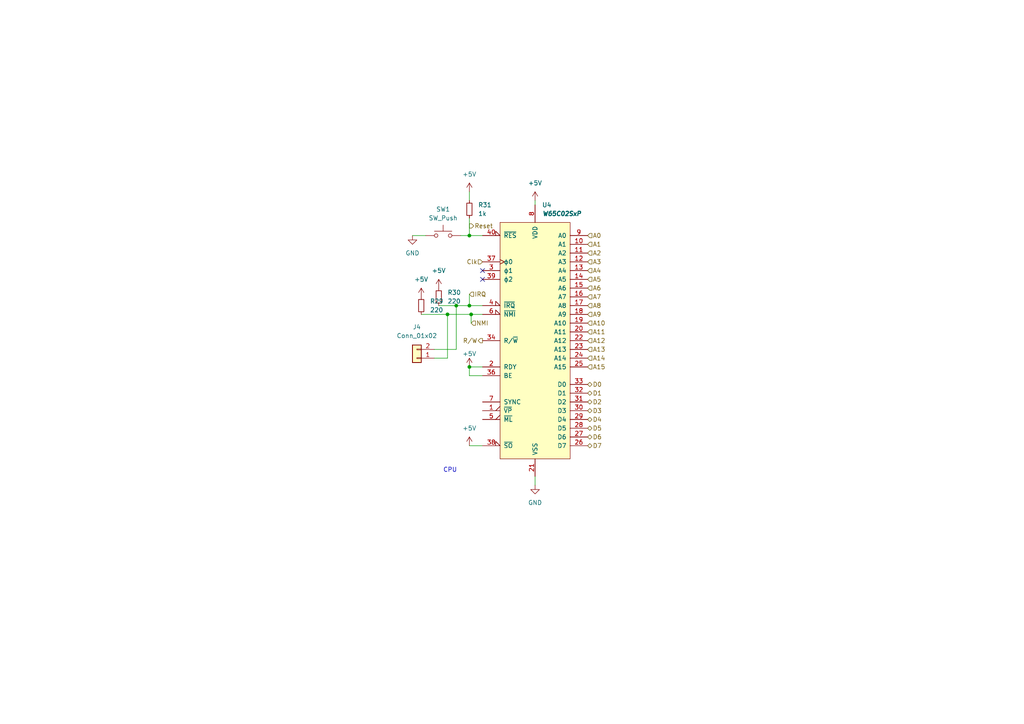
<source format=kicad_sch>
(kicad_sch (version 20211123) (generator eeschema)
  (paper "A4")
  (title_block (date "2023-06-29") (rev "2"))
  (lib_symbols
    (symbol "65xx:W65C02SxP" (pin_names (offset 1.016))
      (property "Reference" "U" (at -10.16 35.56 0))
      (property "Value" "W65C02SxP" (at 0 0 90))
      (symbol "W65C02SxP_0_1"
        (rectangle (start -10.16 34.29) (end 10.16 -34.29) (fill (type background)))
      )
      (symbol "W65C02SxP_1_1"
        (pin output output_low (at -15.24 -20.32 0) (length 5.08) (name "~{VP}") (number "1"))
        (pin tri_state line (at 15.24 27.94 180) (length 5.08) (name "A1") (number "10"))
        (pin tri_state line (at 15.24 25.4 180) (length 5.08) (name "A2") (number "11"))
        (pin tri_state line (at 15.24 22.86 180) (length 5.08) (name "A3") (number "12"))
        (pin tri_state line (at 15.24 20.32 180) (length 5.08) (name "A4") (number "13"))
        (pin tri_state line (at 15.24 17.78 180) (length 5.08) (name "A5") (number "14"))
        (pin tri_state line (at 15.24 15.24 180) (length 5.08) (name "A6") (number "15"))
        (pin tri_state line (at 15.24 12.7 180) (length 5.08) (name "A7") (number "16"))
        (pin tri_state line (at 15.24 10.16 180) (length 5.08) (name "A8") (number "17"))
        (pin tri_state line (at 15.24 7.62 180) (length 5.08) (name "A9") (number "18"))
        (pin tri_state line (at 15.24 5.08 180) (length 5.08) (name "A10") (number "19"))
        (pin open_collector line (at -15.24 -7.62 0) (length 5.08) (name "RDY") (number "2"))
        (pin tri_state line (at 15.24 2.54 180) (length 5.08) (name "A11") (number "20"))
        (pin power_in line (at 0 -39.37 90) (length 5.08) (name "VSS") (number "21"))
        (pin tri_state line (at 15.24 0 180) (length 5.08) (name "A12") (number "22"))
        (pin tri_state line (at 15.24 -2.54 180) (length 5.08) (name "A13") (number "23"))
        (pin tri_state line (at 15.24 -5.08 180) (length 5.08) (name "A14") (number "24"))
        (pin tri_state line (at 15.24 -7.62 180) (length 5.08) (name "A15") (number "25"))
        (pin bidirectional line (at 15.24 -30.48 180) (length 5.08) (name "D7") (number "26"))
        (pin bidirectional line (at 15.24 -27.94 180) (length 5.08) (name "D6") (number "27"))
        (pin bidirectional line (at 15.24 -25.4 180) (length 5.08) (name "D5") (number "28"))
        (pin bidirectional line (at 15.24 -22.86 180) (length 5.08) (name "D4") (number "29"))
        (pin output line (at -15.24 20.32 0) (length 5.08) (name "ϕ1") (number "3"))
        (pin bidirectional line (at 15.24 -20.32 180) (length 5.08) (name "D3") (number "30"))
        (pin bidirectional line (at 15.24 -17.78 180) (length 5.08) (name "D2") (number "31"))
        (pin bidirectional line (at 15.24 -15.24 180) (length 5.08) (name "D1") (number "32"))
        (pin bidirectional line (at 15.24 -12.7 180) (length 5.08) (name "D0") (number "33"))
        (pin tri_state line (at -15.24 0 0) (length 5.08) (name "R/~{W}") (number "34"))
        (pin no_connect non_logic (at -10.16 -27.94 0) (length 2.54) hide (name "nc") (number "35"))
        (pin input line (at -15.24 -10.16 0) (length 5.08) (name "BE") (number "36"))
        (pin input clock (at -15.24 22.86 0) (length 5.08) (name "ϕ0") (number "37"))
        (pin input input_low (at -15.24 -30.48 0) (length 5.08) (name "~{SO}") (number "38"))
        (pin output line (at -15.24 17.78 0) (length 5.08) (name "ϕ2") (number "39"))
        (pin input input_low (at -15.24 10.16 0) (length 5.08) (name "~{IRQ}") (number "4"))
        (pin input input_low (at -15.24 30.48 0) (length 5.08) (name "~{RES}") (number "40"))
        (pin output output_low (at -15.24 -22.86 0) (length 5.08) (name "~{ML}") (number "5"))
        (pin input input_low (at -15.24 7.62 0) (length 5.08) (name "~{NMI}") (number "6"))
        (pin output line (at -15.24 -17.78 0) (length 5.08) (name "SYNC") (number "7"))
        (pin power_in line (at 0 39.37 270) (length 5.08) (name "VDD") (number "8"))
        (pin tri_state line (at 15.24 30.48 180) (length 5.08) (name "A0") (number "9"))
      )
    )
    (symbol "Connector_Generic:Conn_01x02" (pin_names (offset 1.016) hide)
      (property "Reference" "J" (at 0 2.54 0))
      (property "Value" "Conn_01x02" (at 0 -5.08 0))
      (symbol "Conn_01x02_1_1"
        (rectangle (start -1.27 -2.413) (end 0 -2.667) (stroke (width 0.1524)))
        (rectangle (start -1.27 0.127) (end 0 -0.127) (stroke (width 0.1524)))
        (rectangle (start -1.27 1.27) (end 1.27 -3.81) (stroke (width 0.254)) (fill (type background)))
        (pin passive line (at -5.08 0 0) (length 3.81) (name "Pin_1") (number "1"))
        (pin passive line (at -5.08 -2.54 0) (length 3.81) (name "Pin_2") (number "2"))
      )
    )
    (symbol "Device:R_Small" (pin_numbers hide) (pin_names (offset 0.254) hide)
      (property "Reference" "R" (at 0.762 0.508 0))
      (property "Value" "R_Small" (at 0.762 -1.016 0))
      (symbol "R_Small_0_1"
        (rectangle (start -0.762 1.778) (end 0.762 -1.778) (stroke (width 0.2032)))
      )
      (symbol "R_Small_1_1"
        (pin passive line (at 0 2.54 270) (length 0.762) (name "~") (number "1"))
        (pin passive line (at 0 -2.54 90) (length 0.762) (name "~") (number "2"))
      )
    )
    (symbol "Switch:SW_Push" (pin_numbers hide) (pin_names (offset 1.016) hide)
      (property "Reference" "SW" (at 1.27 2.54 0))
      (property "Value" "SW_Push" (at 0 -1.524 0))
      (symbol "SW_Push_0_1"
        (circle (center -2.032 0) (radius 0.508))
        (polyline (pts (xy 0 1.27) (xy 0 3.048)))
        (polyline (pts (xy 2.54 1.27) (xy -2.54 1.27)))
        (circle (center 2.032 0) (radius 0.508))
        (pin passive line (at -5.08 0 0) (length 2.54) (name "1") (number "1"))
        (pin passive line (at 5.08 0 180) (length 2.54) (name "2") (number "2"))
      )
    )
    (symbol "power:+5V" (power) (pin_names (offset 0))
      (property "Value" "+5V" (at 0 3.556 0))
      (symbol "+5V_0_1"
        (polyline (pts (xy -0.762 1.27) (xy 0 2.54)))
        (polyline (pts (xy 0 0) (xy 0 2.54)))
        (polyline (pts (xy 0 2.54) (xy 0.762 1.27)))
      )
      (symbol "+5V_1_1"
        (pin power_in line (at 0 0 90) (length 0) hide (name "+5V") (number "1"))
      )
    )
    (symbol "power:GND" (power) (pin_names (offset 0))
      (property "Value" "GND" (at 0 -3.81 0))
      (symbol "GND_0_1"
        (polyline (pts (xy 0 0) (xy 0 -1.27) (xy 1.27 -1.27) (xy 0 -2.54) (xy -1.27 -1.27) (xy 0 -1.27)))
      )
      (symbol "GND_1_1"
        (pin power_in line (at 0 0 270) (length 0) hide (name "GND") (number "1"))
      )
    )
  )
  (junction (at 136.144 68.326))
  (junction (at 132.334 88.646))
  (junction (at 136.144 88.646))
  (junction (at 129.794 91.186))
  (junction (at 136.652 91.186))
  (junction (at 136.144 106.426))
  (no_connect (at 139.954 78.486))
  (no_connect (at 139.954 81.026))
  (wire (pts (xy 139.954 108.966) (xy 136.144 108.966)))
  (wire (pts (xy 129.794 91.186) (xy 129.794 103.886)))
  (wire (pts (xy 136.144 108.966) (xy 136.144 106.426)))
  (wire (pts (xy 136.144 63.246) (xy 136.144 68.326)))
  (wire (pts (xy 132.334 101.346) (xy 132.334 88.646)))
  (wire (pts (xy 132.334 88.646) (xy 136.144 88.646)))
  (wire (pts (xy 136.144 88.646) (xy 139.954 88.646)))
  (wire (pts (xy 127.254 88.646) (xy 132.334 88.646)))
  (wire (pts (xy 155.194 138.176) (xy 155.194 140.716)))
  (wire (pts (xy 136.144 68.326) (xy 139.954 68.326)))
  (wire (pts (xy 136.144 55.626) (xy 136.144 58.166)))
  (wire (pts (xy 136.144 68.326) (xy 133.604 68.326)))
  (wire (pts (xy 119.634 68.326) (xy 123.444 68.326)))
  (wire (pts (xy 136.652 91.186) (xy 139.954 91.186)))
  (wire (pts (xy 125.984 101.346) (xy 132.334 101.346)))
  (wire (pts (xy 136.652 93.726) (xy 136.652 91.186)))
  (wire (pts (xy 136.144 85.344) (xy 136.144 88.646)))
  (wire (pts (xy 155.194 58.166) (xy 155.194 59.436)))
  (wire (pts (xy 129.794 91.186) (xy 136.652 91.186)))
  (wire (pts (xy 125.984 103.886) (xy 129.794 103.886)))
  (wire (pts (xy 136.144 129.286) (xy 139.954 129.286)))
  (wire (pts (xy 136.144 106.426) (xy 139.954 106.426)))
  (wire (pts (xy 122.174 91.186) (xy 129.794 91.186)))
  (text "CPU" (at 132.588 137.16 180) (effects (font (size 1.27 1.27)) (justify right bottom)))
  (hierarchical_label "IRQ" (shape input) (at 136.144 85.344 0))
  (hierarchical_label "Reset" (shape output) (at 136.144 65.532 0))
  (hierarchical_label "D2" (shape bidirectional) (at 170.434 116.586 0))
  (hierarchical_label "D1" (shape bidirectional) (at 170.434 114.046 0))
  (hierarchical_label "Clk" (shape input) (at 139.954 75.946 180))
  (hierarchical_label "A7" (shape input) (at 170.434 86.106 0))
  (hierarchical_label "A12" (shape input) (at 170.434 98.806 0))
  (hierarchical_label "D3" (shape bidirectional) (at 170.434 119.126 0))
  (hierarchical_label "A13" (shape input) (at 170.434 101.346 0))
  (hierarchical_label "D0" (shape bidirectional) (at 170.434 111.506 0))
  (hierarchical_label "A6" (shape input) (at 170.434 83.566 0))
  (hierarchical_label "A14" (shape input) (at 170.434 103.886 0))
  (hierarchical_label "A2" (shape input) (at 170.434 73.406 0))
  (hierarchical_label "D4" (shape bidirectional) (at 170.434 121.666 0))
  (hierarchical_label "A11" (shape input) (at 170.434 96.266 0))
  (hierarchical_label "A10" (shape input) (at 170.434 93.726 0))
  (hierarchical_label "A15" (shape input) (at 170.434 106.426 0))
  (hierarchical_label "NMI" (shape input) (at 136.652 93.726 0))
  (hierarchical_label "D6" (shape bidirectional) (at 170.434 126.746 0))
  (hierarchical_label "A9" (shape input) (at 170.434 91.186 0))
  (hierarchical_label "D7" (shape bidirectional) (at 170.434 129.286 0))
  (hierarchical_label "A4" (shape input) (at 170.434 78.486 0))
  (hierarchical_label "A8" (shape input) (at 170.434 88.646 0))
  (hierarchical_label "A3" (shape input) (at 170.434 75.946 0))
  (hierarchical_label "D5" (shape bidirectional) (at 170.434 124.206 0))
  (hierarchical_label "A1" (shape input) (at 170.434 70.866 0))
  (hierarchical_label "A5" (shape input) (at 170.434 81.026 0))
  (hierarchical_label "R{slash}W" (shape output) (at 139.954 98.806 180))
  (hierarchical_label "A0" (shape input) (at 170.434 68.326 0))
  (symbol (lib_id "power:+5V") (at 136.144 106.426 0) (unit 1)
    (property "Reference" "#PWR031" (effects hide))
    (property "Value" "+5V" (at 136.144 102.616 0))
  )
  (symbol (lib_id "Switch:SW_Push") (at 128.524 68.326 0) (unit 1)
    (property "Reference" "SW1" (at 128.524 60.706 0))
    (property "Value" "SW_Push" (at 128.524 63.246 0))
    (property "Footprint" "Button_Switch_SMD:SW_SPST_TL3342" (effects hide))
  )
  (symbol (lib_id "Device:R_Small") (at 136.144 60.706 0) (unit 1)
    (property "Reference" "R31" (at 138.684 59.4359 0) (effects (justify left)))
    (property "Value" "1k" (at 138.684 61.9759 0) (effects (justify left)))
    (property "Footprint" "Resistor_SMD:R_0805_2012Metric" (effects hide))
  )
  (symbol (lib_id "power:+5V") (at 136.144 129.286 0) (unit 1)
    (property "Reference" "#PWR032" (effects hide))
    (property "Value" "+5V" (at 136.144 124.206 0))
  )
  (symbol (lib_id "Device:R_Small") (at 127.254 86.106 0) (unit 1)
    (property "Reference" "R30" (at 129.794 84.8359 0) (effects (justify left)))
    (property "Value" "220" (at 129.794 87.3759 0) (effects (justify left)))
    (property "Footprint" "Resistor_SMD:R_0805_2012Metric" (effects hide))
  )
  (symbol (lib_id "Device:R_Small") (at 122.174 88.646 0) (unit 1)
    (property "Reference" "R29" (at 124.714 87.3759 0) (effects (justify left)))
    (property "Value" "220" (at 124.714 89.9159 0) (effects (justify left)))
    (property "Footprint" "Resistor_SMD:R_0805_2012Metric" (effects hide))
  )
  (symbol (lib_id "power:GND") (at 155.194 140.716 0) (unit 1)
    (property "Reference" "#PWR034" (effects hide))
    (property "Value" "GND" (at 155.194 145.796 0))
  )
  (symbol (lib_id "power:+5V") (at 127.254 83.566 0) (unit 1)
    (property "Reference" "#PWR029" (effects hide))
    (property "Value" "+5V" (at 127.254 78.486 0))
  )
  (symbol (lib_id "power:+5V") (at 155.194 58.166 0) (unit 1)
    (property "Reference" "#PWR033" (effects hide))
    (property "Value" "+5V" (at 155.194 53.086 0))
  )
  (symbol (lib_id "65xx:W65C02SxP") (at 155.194 98.806 0) (unit 1)
    (property "Reference" "U4" (at 157.2134 59.436 0) (effects (justify left)))
    (property "Value" "W65C02SxP" (at 157.2134 61.976 0) (effects (font bold italic) (justify left)))
    (property "Footprint" "Package_DIP:DIP-40_W15.24mm" (effects hide))
    (property "Datasheet" "http://www.westerndesigncenter.com/wdc/documentation/w65c02s.pdf" (effects hide))
  )
  (symbol (lib_id "power:+5V") (at 122.174 86.106 0) (unit 1)
    (property "Reference" "#PWR028" (effects hide))
    (property "Value" "+5V" (at 122.174 81.026 0))
  )
  (symbol (lib_id "Connector_Generic:Conn_01x02") (at 120.904 103.886 180) (unit 1)
    (property "Reference" "J4" (at 120.904 94.8436 0))
    (property "Value" "Conn_01x02" (at 120.904 97.3836 0))
    (property "Footprint" "Connector_PinHeader_2.54mm:PinHeader_1x02_P2.54mm_Vertical" (effects hide))
  )
  (symbol (lib_id "power:GND") (at 119.634 68.326 0) (unit 1)
    (property "Reference" "#PWR027" (effects hide))
    (property "Value" "GND" (at 119.634 73.406 0))
  )
  (symbol (lib_id "power:+5V") (at 136.144 55.626 0) (unit 1)
    (property "Reference" "#PWR030" (effects hide))
    (property "Value" "+5V" (at 136.144 50.546 0))
  )
)
</source>
